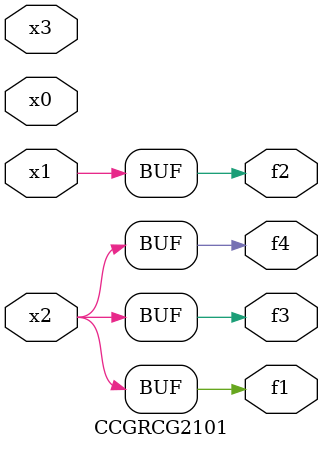
<source format=v>
module CCGRCG2101(
	input x0, x1, x2, x3,
	output f1, f2, f3, f4
);
	assign f1 = x2;
	assign f2 = x1;
	assign f3 = x2;
	assign f4 = x2;
endmodule

</source>
